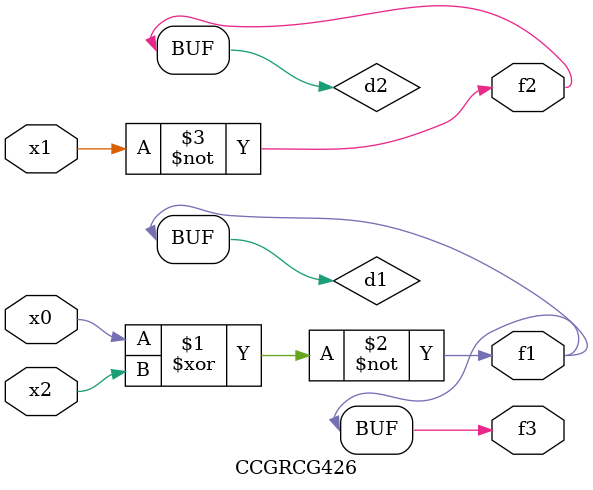
<source format=v>
module CCGRCG426(
	input x0, x1, x2,
	output f1, f2, f3
);

	wire d1, d2, d3;

	xnor (d1, x0, x2);
	nand (d2, x1);
	nor (d3, x1, x2);
	assign f1 = d1;
	assign f2 = d2;
	assign f3 = d1;
endmodule

</source>
